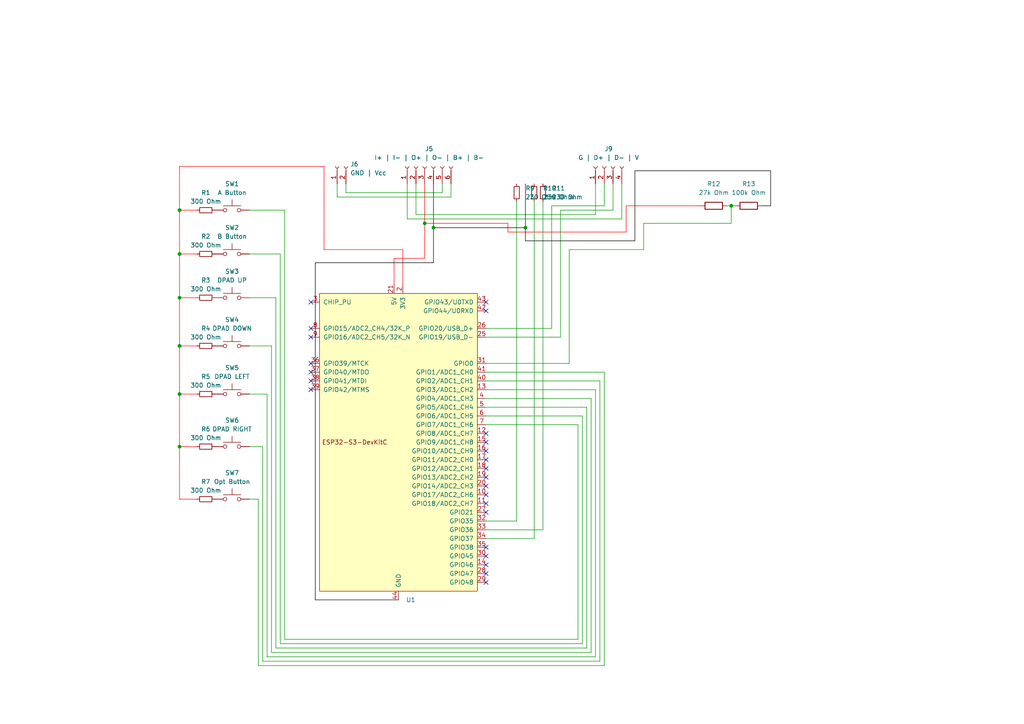
<source format=kicad_sch>
(kicad_sch (version 20230121) (generator eeschema)
  (paper "A4")
  (lib_symbols
    (symbol "Connector:Conn_01x02_Socket" (pin_names (offset 1.016) hide)
      (property "Reference" "J" (at 0 2.54 0))
      (property "Value" "Conn_01x02_Socket" (at 0 -5.08 0))
      (symbol "Conn_01x02_Socket_1_1"
        (arc (start 0 -2.032) (mid -0.5058 -2.54) (end 0 -3.048) (stroke (width 0.1524)))
        (polyline (pts (xy -1.27 -2.54) (xy -0.508 -2.54)) (stroke (width 0.1524)))
        (polyline (pts (xy -1.27 0) (xy -0.508 0)) (stroke (width 0.1524)))
        (arc (start 0 0.508) (mid -0.5058 0) (end 0 -0.508) (stroke (width 0.1524)))
        (pin passive line (at -5.08 0 0) (length 3.81) (name "Pin_1") (number "1"))
        (pin passive line (at -5.08 -2.54 0) (length 3.81) (name "Pin_2") (number "2"))
      )
    )
    (symbol "Connector:Conn_01x04_Socket" (pin_names (offset 1.016) hide)
      (property "Reference" "J" (at 0 5.08 0))
      (property "Value" "Conn_01x04_Socket" (at 0 -7.62 0))
      (symbol "Conn_01x04_Socket_1_1"
        (arc (start 0 -4.572) (mid -0.5058 -5.08) (end 0 -5.588) (stroke (width 0.1524)))
        (arc (start 0 -2.032) (mid -0.5058 -2.54) (end 0 -3.048) (stroke (width 0.1524)))
        (polyline (pts (xy -1.27 -5.08) (xy -0.508 -5.08)) (stroke (width 0.1524)))
        (polyline (pts (xy -1.27 -2.54) (xy -0.508 -2.54)) (stroke (width 0.1524)))
        (polyline (pts (xy -1.27 0) (xy -0.508 0)) (stroke (width 0.1524)))
        (polyline (pts (xy -1.27 2.54) (xy -0.508 2.54)) (stroke (width 0.1524)))
        (arc (start 0 0.508) (mid -0.5058 0) (end 0 -0.508) (stroke (width 0.1524)))
        (arc (start 0 3.048) (mid -0.5058 2.54) (end 0 2.032) (stroke (width 0.1524)))
        (pin passive line (at -5.08 2.54 0) (length 3.81) (name "Pin_1") (number "1"))
        (pin passive line (at -5.08 0 0) (length 3.81) (name "Pin_2") (number "2"))
        (pin passive line (at -5.08 -2.54 0) (length 3.81) (name "Pin_3") (number "3"))
        (pin passive line (at -5.08 -5.08 0) (length 3.81) (name "Pin_4") (number "4"))
      )
    )
    (symbol "Connector:Conn_01x06_Socket" (pin_names (offset 1.016) hide)
      (property "Reference" "J" (at 0 7.62 0))
      (property "Value" "Conn_01x06_Socket" (at 0 -10.16 0))
      (symbol "Conn_01x06_Socket_1_1"
        (arc (start 0 -7.112) (mid -0.5058 -7.62) (end 0 -8.128) (stroke (width 0.1524)))
        (arc (start 0 -4.572) (mid -0.5058 -5.08) (end 0 -5.588) (stroke (width 0.1524)))
        (arc (start 0 -2.032) (mid -0.5058 -2.54) (end 0 -3.048) (stroke (width 0.1524)))
        (polyline (pts (xy -1.27 -7.62) (xy -0.508 -7.62)) (stroke (width 0.1524)))
        (polyline (pts (xy -1.27 -5.08) (xy -0.508 -5.08)) (stroke (width 0.1524)))
        (polyline (pts (xy -1.27 -2.54) (xy -0.508 -2.54)) (stroke (width 0.1524)))
        (polyline (pts (xy -1.27 0) (xy -0.508 0)) (stroke (width 0.1524)))
        (polyline (pts (xy -1.27 2.54) (xy -0.508 2.54)) (stroke (width 0.1524)))
        (polyline (pts (xy -1.27 5.08) (xy -0.508 5.08)) (stroke (width 0.1524)))
        (arc (start 0 0.508) (mid -0.5058 0) (end 0 -0.508) (stroke (width 0.1524)))
        (arc (start 0 3.048) (mid -0.5058 2.54) (end 0 2.032) (stroke (width 0.1524)))
        (arc (start 0 5.588) (mid -0.5058 5.08) (end 0 4.572) (stroke (width 0.1524)))
        (pin passive line (at -5.08 5.08 0) (length 3.81) (name "Pin_1") (number "1"))
        (pin passive line (at -5.08 2.54 0) (length 3.81) (name "Pin_2") (number "2"))
        (pin passive line (at -5.08 0 0) (length 3.81) (name "Pin_3") (number "3"))
        (pin passive line (at -5.08 -2.54 0) (length 3.81) (name "Pin_4") (number "4"))
        (pin passive line (at -5.08 -5.08 0) (length 3.81) (name "Pin_5") (number "5"))
        (pin passive line (at -5.08 -7.62 0) (length 3.81) (name "Pin_6") (number "6"))
      )
    )
    (symbol "Device:R" (pin_numbers hide) (pin_names (offset 0))
      (property "Reference" "R" (at 2.032 0 90))
      (property "Value" "R" (at 0 0 90))
      (symbol "R_0_1"
        (rectangle (start -1.016 -2.54) (end 1.016 2.54) (stroke (width 0.254)))
      )
      (symbol "R_1_1"
        (pin passive line (at 0 3.81 270) (length 1.27) (name "~") (number "1"))
        (pin passive line (at 0 -3.81 90) (length 1.27) (name "~") (number "2"))
      )
    )
    (symbol "Device:R_Small" (pin_numbers hide) (pin_names (offset 0.254) hide)
      (property "Reference" "R" (at 0.762 0.508 0))
      (property "Value" "R_Small" (at 0.762 -1.016 0))
      (symbol "R_Small_0_1"
        (rectangle (start -0.762 1.778) (end 0.762 -1.778) (stroke (width 0.2032)))
      )
      (symbol "R_Small_1_1"
        (pin passive line (at 0 2.54 270) (length 0.762) (name "~") (number "1"))
        (pin passive line (at 0 -2.54 90) (length 0.762) (name "~") (number "2"))
      )
    )
    (symbol "PCM_Espressif:ESP32-S3-DevKitC" (pin_names (offset 1.016))
      (property "Reference" "U" (at -22.86 48.26 0))
      (property "Value" "ESP32-S3-DevKitC" (at -22.86 45.72 0))
      (symbol "ESP32-S3-DevKitC_0_0"
        (text "ESP32-S3-DevKitC" (at -12.7 0 0) (effects (font (size 1.27 1.27))))
        (pin bidirectional line (at 25.4 -35.56 180) (length 2.54) (name "GPIO46") (number "14"))
        (pin bidirectional line (at 25.4 -10.16 180) (length 2.54) (name "GPIO13/ADC2_CH2") (number "19"))
        (pin bidirectional line (at -25.4 15.24 0) (length 2.54) (name "GPIO42/MTMS") (number "39"))
        (pin bidirectional line (at 25.4 17.78 180) (length 2.54) (name "GPIO2/ADC1_CH1") (number "40"))
        (pin bidirectional line (at 25.4 20.32 180) (length 2.54) (name "GPIO1/ADC1_CH0") (number "41"))
        (pin bidirectional line (at 25.4 38.1 180) (length 2.54) (name "GPIO44/U0RXD") (number "42"))
        (pin bidirectional line (at 25.4 40.64 180) (length 2.54) (name "GPIO43/U0TXD") (number "43"))
        (pin power_in line (at 0 -45.72 90) (length 2.54) (name "GND") (number "44"))
      )
      (symbol "ESP32-S3-DevKitC_0_1"
        (rectangle (start -22.86 43.18) (end 22.86 -43.18) (fill (type background)))
        (pin power_in line (at 1.27 45.72 270) (length 2.54) (name "3V3") (number "2"))
      )
      (symbol "ESP32-S3-DevKitC_1_1"
        (pin passive line (at 1.27 45.72 270) (length 2.54) hide (name "3V3") (number "1"))
        (pin bidirectional line (at 25.4 -15.24 180) (length 2.54) (name "GPIO17/ADC2_CH6") (number "10"))
        (pin bidirectional line (at 25.4 -17.78 180) (length 2.54) (name "GPIO18/ADC2_CH7") (number "11"))
        (pin bidirectional line (at 25.4 2.54 180) (length 2.54) (name "GPIO8/ADC1_CH7") (number "12"))
        (pin bidirectional line (at 25.4 15.24 180) (length 2.54) (name "GPIO3/ADC1_CH2") (number "13"))
        (pin bidirectional line (at 25.4 0 180) (length 2.54) (name "GPIO9/ADC1_CH8") (number "15"))
        (pin bidirectional line (at 25.4 -2.54 180) (length 2.54) (name "GPIO10/ADC1_CH9") (number "16"))
        (pin bidirectional line (at 25.4 -5.08 180) (length 2.54) (name "GPIO11/ADC2_CH0") (number "17"))
        (pin bidirectional line (at 25.4 -7.62 180) (length 2.54) (name "GPIO12/ADC2_CH1") (number "18"))
        (pin bidirectional line (at 25.4 -12.7 180) (length 2.54) (name "GPIO14/ADC2_CH3") (number "20"))
        (pin power_in line (at -1.27 45.72 270) (length 2.54) (name "5V") (number "21"))
        (pin passive line (at 0 -45.72 90) (length 2.54) hide (name "GND") (number "22"))
        (pin passive line (at 0 -45.72 90) (length 2.54) hide (name "GND") (number "23"))
        (pin passive line (at 0 -45.72 90) (length 2.54) hide (name "GND") (number "24"))
        (pin bidirectional line (at 25.4 30.48 180) (length 2.54) (name "GPIO19/USB_D-") (number "25"))
        (pin bidirectional line (at 25.4 33.02 180) (length 2.54) (name "GPIO20/USB_D+") (number "26"))
        (pin bidirectional line (at 25.4 -20.32 180) (length 2.54) (name "GPIO21") (number "27"))
        (pin bidirectional line (at 25.4 -38.1 180) (length 2.54) (name "GPIO47") (number "28"))
        (pin bidirectional line (at 25.4 -40.64 180) (length 2.54) (name "GPIO48") (number "29"))
        (pin input line (at -25.4 40.64 0) (length 2.54) (name "CHIP_PU") (number "3"))
        (pin bidirectional line (at 25.4 -33.02 180) (length 2.54) (name "GPIO45") (number "30"))
        (pin bidirectional line (at 25.4 22.86 180) (length 2.54) (name "GPIO0") (number "31"))
        (pin bidirectional line (at 25.4 -22.86 180) (length 2.54) (name "GPIO35") (number "32"))
        (pin bidirectional line (at 25.4 -25.4 180) (length 2.54) (name "GPIO36") (number "33"))
        (pin bidirectional line (at 25.4 -27.94 180) (length 2.54) (name "GPIO37") (number "34"))
        (pin bidirectional line (at 25.4 -30.48 180) (length 2.54) (name "GPIO38") (number "35"))
        (pin bidirectional line (at -25.4 22.86 0) (length 2.54) (name "GPIO39/MTCK") (number "36"))
        (pin bidirectional line (at -25.4 20.32 0) (length 2.54) (name "GPIO40/MTDO") (number "37"))
        (pin bidirectional line (at -25.4 17.78 0) (length 2.54) (name "GPIO41/MTDI") (number "38"))
        (pin bidirectional line (at 25.4 12.7 180) (length 2.54) (name "GPIO4/ADC1_CH3") (number "4"))
        (pin bidirectional line (at 25.4 10.16 180) (length 2.54) (name "GPIO5/ADC1_CH4") (number "5"))
        (pin bidirectional line (at 25.4 7.62 180) (length 2.54) (name "GPIO6/ADC1_CH5") (number "6"))
        (pin bidirectional line (at 25.4 5.08 180) (length 2.54) (name "GPIO7/ADC1_CH6") (number "7"))
        (pin bidirectional line (at -25.4 33.02 0) (length 2.54) (name "GPIO15/ADC2_CH4/32K_P") (number "8"))
        (pin bidirectional line (at -25.4 30.48 0) (length 2.54) (name "GPIO16/ADC2_CH5/32K_N") (number "9"))
      )
    )
    (symbol "Switch:SW_Push" (pin_numbers hide) (pin_names (offset 1.016) hide)
      (property "Reference" "SW" (at 1.27 2.54 0))
      (property "Value" "SW_Push" (at 0 -1.524 0))
      (symbol "SW_Push_0_1"
        (circle (center -2.032 0) (radius 0.508))
        (polyline (pts (xy 0 1.27) (xy 0 3.048)))
        (polyline (pts (xy 2.54 1.27) (xy -2.54 1.27)))
        (circle (center 2.032 0) (radius 0.508))
        (pin passive line (at -5.08 0 0) (length 2.54) (name "1") (number "1"))
        (pin passive line (at 5.08 0 180) (length 2.54) (name "2") (number "2"))
      )
    )
  )
  (junction (at 152.4 66.04))
  (junction (at 52.07 73.66))
  (junction (at 212.09 59.69))
  (junction (at 52.07 60.96))
  (junction (at 125.73 66.04))
  (junction (at 52.07 129.54))
  (junction (at 52.07 86.36))
  (junction (at 52.07 114.3))
  (junction (at 123.19 64.77))
  (junction (at 52.07 100.33))
  (no_connect (at 140.97 163.83))
  (no_connect (at 90.17 110.49))
  (no_connect (at 90.17 95.25))
  (no_connect (at 140.97 148.59))
  (no_connect (at 90.17 97.79))
  (no_connect (at 140.97 168.91))
  (no_connect (at 140.97 146.05))
  (no_connect (at 140.97 140.97))
  (no_connect (at 140.97 166.37))
  (no_connect (at 140.97 135.89))
  (no_connect (at 140.97 143.51))
  (no_connect (at 140.97 87.63))
  (no_connect (at 140.97 128.27))
  (no_connect (at 90.17 105.41))
  (no_connect (at 140.97 90.17))
  (no_connect (at 140.97 130.81))
  (no_connect (at 90.17 113.03))
  (no_connect (at 90.17 107.95))
  (no_connect (at 140.97 125.73))
  (no_connect (at 140.97 158.75))
  (no_connect (at 90.17 87.63))
  (no_connect (at 140.97 161.29))
  (no_connect (at 140.97 133.35))
  (no_connect (at 140.97 138.43))
  (wire (pts (xy 123.19 64.77) (xy 147.32 64.77)) (stroke (width 0) (color 255 0 0 1)))
  (wire (pts (xy 91.44 76.2) (xy 125.73 76.2)) (stroke (width 0) (color 0 0 0 1)))
  (wire (pts (xy 140.97 156.21) (xy 154.94 156.21)))
  (wire (pts (xy 81.28 73.66) (xy 81.28 186.69)))
  (wire (pts (xy 52.07 144.78) (xy 57.15 144.78)) (stroke (width 0) (color 255 0 0 1)))
  (wire (pts (xy 140.97 113.03) (xy 172.72 113.03)))
  (wire (pts (xy 177.8 53.34) (xy 177.8 60.96)))
  (wire (pts (xy 52.07 114.3) (xy 57.15 114.3)) (stroke (width 0) (color 255 0 0 1)))
  (wire (pts (xy 77.47 114.3) (xy 72.39 114.3)))
  (wire (pts (xy 140.97 110.49) (xy 173.99 110.49)))
  (wire (pts (xy 147.32 64.77) (xy 147.32 67.31)) (stroke (width 0) (color 255 0 0 1)))
  (wire (pts (xy 76.2 129.54) (xy 72.39 129.54)))
  (wire (pts (xy 82.55 60.96) (xy 72.39 60.96)))
  (wire (pts (xy 223.52 59.69) (xy 220.98 59.69)) (stroke (width 0) (color 0 0 0 1)))
  (wire (pts (xy 140.97 118.11) (xy 170.18 118.11)))
  (wire (pts (xy 152.4 69.85) (xy 184.15 69.85)) (stroke (width 0) (color 0 0 0 1)))
  (wire (pts (xy 140.97 123.19) (xy 167.64 123.19)))
  (wire (pts (xy 118.11 63.5) (xy 118.11 53.34)))
  (wire (pts (xy 181.61 67.31) (xy 181.61 59.69)) (stroke (width 0) (color 255 0 0 1)))
  (wire (pts (xy 81.28 73.66) (xy 72.39 73.66)))
  (wire (pts (xy 123.19 74.93) (xy 114.3 74.93)) (stroke (width 0) (color 255 0 0 1)))
  (wire (pts (xy 180.34 63.5) (xy 118.11 63.5)))
  (wire (pts (xy 114.3 74.93) (xy 114.3 82.55)) (stroke (width 0) (color 255 0 0 1)))
  (wire (pts (xy 177.8 60.96) (xy 162.56 60.96)))
  (wire (pts (xy 52.07 114.3) (xy 52.07 129.54)) (stroke (width 0) (color 255 0 0 1)))
  (wire (pts (xy 93.98 48.26) (xy 93.98 72.39)) (stroke (width 0) (color 255 0 0 1)))
  (wire (pts (xy 91.44 173.99) (xy 91.44 76.2)) (stroke (width 0) (color 0 0 0 1)))
  (wire (pts (xy 100.33 53.34) (xy 100.33 55.88)))
  (wire (pts (xy 52.07 60.96) (xy 57.15 60.96)) (stroke (width 0) (color 255 0 0 1)))
  (wire (pts (xy 52.07 48.26) (xy 52.07 60.96)) (stroke (width 0) (color 255 0 0 1)))
  (wire (pts (xy 175.26 193.04) (xy 74.93 193.04)))
  (wire (pts (xy 125.73 66.04) (xy 152.4 66.04)) (stroke (width 0) (color 0 0 0 1)))
  (wire (pts (xy 52.07 60.96) (xy 52.07 73.66)) (stroke (width 0) (color 255 0 0 1)))
  (wire (pts (xy 162.56 60.96) (xy 162.56 97.79)))
  (wire (pts (xy 160.02 59.69) (xy 160.02 95.25)))
  (wire (pts (xy 140.97 120.65) (xy 168.91 120.65)))
  (wire (pts (xy 52.07 86.36) (xy 52.07 100.33)) (stroke (width 0) (color 255 0 0 1)))
  (wire (pts (xy 93.98 72.39) (xy 116.84 72.39)) (stroke (width 0) (color 255 0 0 1)))
  (wire (pts (xy 52.07 73.66) (xy 52.07 86.36)) (stroke (width 0) (color 255 0 0 1)))
  (wire (pts (xy 152.4 53.34) (xy 152.4 66.04)) (stroke (width 0) (color 0 0 0 1)))
  (wire (pts (xy 78.74 100.33) (xy 78.74 189.23)))
  (wire (pts (xy 184.15 49.53) (xy 223.52 49.53)) (stroke (width 0) (color 0 0 0 1)))
  (wire (pts (xy 140.97 153.67) (xy 157.48 153.67)))
  (wire (pts (xy 140.97 151.13) (xy 149.86 151.13)))
  (wire (pts (xy 168.91 120.65) (xy 168.91 186.69)))
  (wire (pts (xy 116.84 72.39) (xy 116.84 82.55)) (stroke (width 0) (color 255 0 0 1)))
  (wire (pts (xy 149.86 151.13) (xy 149.86 58.42)))
  (wire (pts (xy 170.18 118.11) (xy 170.18 187.96)))
  (wire (pts (xy 115.57 173.99) (xy 91.44 173.99)) (stroke (width 0) (color 0 0 0 1)))
  (wire (pts (xy 97.79 57.15) (xy 130.81 57.15)))
  (wire (pts (xy 74.93 144.78) (xy 72.39 144.78)))
  (wire (pts (xy 74.93 144.78) (xy 74.93 193.04)))
  (wire (pts (xy 80.01 86.36) (xy 80.01 187.96)))
  (wire (pts (xy 154.94 156.21) (xy 154.94 58.42)))
  (wire (pts (xy 165.1 72.39) (xy 186.69 72.39)))
  (wire (pts (xy 77.47 114.3) (xy 77.47 190.5)))
  (wire (pts (xy 123.19 53.34) (xy 123.19 64.77)) (stroke (width 0) (color 255 0 0 1)))
  (wire (pts (xy 157.48 153.67) (xy 157.48 58.42)))
  (wire (pts (xy 173.99 191.77) (xy 76.2 191.77)))
  (wire (pts (xy 140.97 105.41) (xy 165.1 105.41)))
  (wire (pts (xy 82.55 60.96) (xy 82.55 185.42)))
  (wire (pts (xy 170.18 187.96) (xy 80.01 187.96)))
  (wire (pts (xy 186.69 72.39) (xy 186.69 64.77)))
  (wire (pts (xy 212.09 59.69) (xy 210.82 59.69)))
  (wire (pts (xy 52.07 73.66) (xy 57.15 73.66)) (stroke (width 0) (color 255 0 0 1)))
  (wire (pts (xy 52.07 100.33) (xy 57.15 100.33)) (stroke (width 0) (color 255 0 0 1)))
  (wire (pts (xy 165.1 105.41) (xy 165.1 72.39)))
  (wire (pts (xy 171.45 189.23) (xy 78.74 189.23)))
  (wire (pts (xy 125.73 66.04) (xy 125.73 53.34)) (stroke (width 0) (color 0 0 0 1)))
  (wire (pts (xy 172.72 62.23) (xy 120.65 62.23)))
  (wire (pts (xy 172.72 113.03) (xy 172.72 190.5)))
  (wire (pts (xy 76.2 129.54) (xy 76.2 191.77)))
  (wire (pts (xy 147.32 67.31) (xy 181.61 67.31)) (stroke (width 0) (color 255 0 0 1)))
  (wire (pts (xy 52.07 48.26) (xy 93.98 48.26)) (stroke (width 0) (color 255 0 0 1)))
  (wire (pts (xy 175.26 107.95) (xy 175.26 193.04)))
  (wire (pts (xy 123.19 64.77) (xy 123.19 74.93)) (stroke (width 0) (color 255 0 0 1)))
  (wire (pts (xy 125.73 76.2) (xy 125.73 66.04)) (stroke (width 0) (color 0 0 0 1)))
  (wire (pts (xy 152.4 66.04) (xy 152.4 69.85)) (stroke (width 0) (color 0 0 0 1)))
  (wire (pts (xy 172.72 190.5) (xy 77.47 190.5)))
  (wire (pts (xy 128.27 53.34) (xy 128.27 55.88)))
  (wire (pts (xy 171.45 115.57) (xy 171.45 189.23)))
  (wire (pts (xy 80.01 86.36) (xy 72.39 86.36)))
  (wire (pts (xy 100.33 55.88) (xy 128.27 55.88)))
  (wire (pts (xy 120.65 62.23) (xy 120.65 53.34)))
  (wire (pts (xy 52.07 86.36) (xy 57.15 86.36)) (stroke (width 0) (color 255 0 0 1)))
  (wire (pts (xy 186.69 64.77) (xy 212.09 64.77)))
  (wire (pts (xy 130.81 57.15) (xy 130.81 53.34)))
  (wire (pts (xy 78.74 100.33) (xy 72.39 100.33)))
  (wire (pts (xy 97.79 53.34) (xy 97.79 57.15)))
  (wire (pts (xy 175.26 53.34) (xy 175.26 59.69)))
  (wire (pts (xy 52.07 100.33) (xy 52.07 114.3)) (stroke (width 0) (color 255 0 0 1)))
  (wire (pts (xy 181.61 59.69) (xy 203.2 59.69)) (stroke (width 0) (color 255 0 0 1)))
  (wire (pts (xy 52.07 129.54) (xy 57.15 129.54)) (stroke (width 0) (color 255 0 0 1)))
  (wire (pts (xy 212.09 64.77) (xy 212.09 59.69)))
  (wire (pts (xy 81.28 186.69) (xy 168.91 186.69)))
  (wire (pts (xy 140.97 115.57) (xy 171.45 115.57)))
  (wire (pts (xy 162.56 97.79) (xy 140.97 97.79)))
  (wire (pts (xy 140.97 107.95) (xy 175.26 107.95)))
  (wire (pts (xy 184.15 69.85) (xy 184.15 49.53)) (stroke (width 0) (color 0 0 0 1)))
  (wire (pts (xy 223.52 49.53) (xy 223.52 59.69)) (stroke (width 0) (color 0 0 0 1)))
  (wire (pts (xy 175.26 59.69) (xy 160.02 59.69)))
  (wire (pts (xy 167.64 123.19) (xy 167.64 185.42)))
  (wire (pts (xy 173.99 110.49) (xy 173.99 191.77)))
  (wire (pts (xy 180.34 53.34) (xy 180.34 63.5)))
  (wire (pts (xy 167.64 185.42) (xy 82.55 185.42)))
  (wire (pts (xy 213.36 59.69) (xy 212.09 59.69)))
  (wire (pts (xy 52.07 129.54) (xy 52.07 144.78)) (stroke (width 0) (color 255 0 0 1)))
  (wire (pts (xy 160.02 95.25) (xy 140.97 95.25)))
  (wire (pts (xy 172.72 53.34) (xy 172.72 62.23)))
  (symbol (lib_id "Device:R_Small") (at 59.69 114.3 90) (unit 1)
    (property "Reference" "R5" (at 59.69 109.22 90))
    (property "Value" "300 Ohm" (at 59.69 111.76 90))
    (property "Footprint" "Resistor_THT:R_Axial_DIN0207_L6.3mm_D2.5mm_P10.16mm_Horizontal" (effects hide))
  )
  (symbol (lib_id "Switch:SW_Push") (at 67.31 73.66 0) (unit 1)
    (property "Reference" "SW2" (at 67.31 66.04 0))
    (property "Value" "B Button" (at 67.31 68.58 0))
    (property "Footprint" "Button_Switch_THT:SW_PUSH_6mm" (effects hide))
  )
  (symbol (lib_id "Connector:Conn_01x04_Socket") (at 175.26 48.26 90) (unit 1)
    (property "Reference" "J9" (at 176.53 43.18 90))
    (property "Value" "G | D+ | D- | V" (at 176.53 45.72 90))
    (property "Footprint" "Connector_PinHeader_2.54mm:PinHeader_1x04_P2.54mm_Vertical" (effects hide))
  )
  (symbol (lib_id "Device:R_Small") (at 154.94 55.88 180) (unit 1)
    (property "Reference" "R10" (at 157.48 54.61 0) (effects (justify right)))
    (property "Value" "230 Ohm" (at 157.48 57.15 0) (effects (justify right)))
    (property "Footprint" "Resistor_THT:R_Axial_DIN0207_L6.3mm_D2.5mm_P10.16mm_Horizontal" (effects hide))
  )
  (symbol (lib_id "Device:R_Small") (at 157.48 55.88 180) (unit 1)
    (property "Reference" "R11" (at 160.02 54.61 0) (effects (justify right)))
    (property "Value" "230 Ohm" (at 160.02 57.15 0) (effects (justify right)))
    (property "Footprint" "Resistor_THT:R_Axial_DIN0207_L6.3mm_D2.5mm_P10.16mm_Horizontal" (effects hide))
  )
  (symbol (lib_id "Device:R") (at 217.17 59.69 90) (unit 1)
    (property "Reference" "R13" (at 217.17 53.34 90))
    (property "Value" "100k Ohm" (at 217.17 55.88 90))
    (property "Footprint" "Resistor_THT:R_Axial_DIN0207_L6.3mm_D2.5mm_P10.16mm_Horizontal" (effects hide))
  )
  (symbol (lib_id "Device:R_Small") (at 149.86 55.88 180) (unit 1)
    (property "Reference" "R9" (at 152.4 54.61 0) (effects (justify right)))
    (property "Value" "230 Ohm" (at 152.4 57.15 0) (effects (justify right)))
    (property "Footprint" "Resistor_THT:R_Axial_DIN0207_L6.3mm_D2.5mm_P10.16mm_Horizontal" (effects hide))
  )
  (symbol (lib_id "Device:R_Small") (at 59.69 73.66 90) (unit 1)
    (property "Reference" "R2" (at 59.69 68.58 90))
    (property "Value" "300 Ohm" (at 59.69 71.12 90))
    (property "Footprint" "Resistor_THT:R_Axial_DIN0207_L6.3mm_D2.5mm_P10.16mm_Horizontal" (effects hide))
  )
  (symbol (lib_id "Switch:SW_Push") (at 67.31 144.78 0) (unit 1)
    (property "Reference" "SW7" (at 67.31 137.16 0))
    (property "Value" "Opt Button" (at 67.31 139.7 0))
    (property "Footprint" "Button_Switch_THT:SW_PUSH_6mm" (effects hide))
  )
  (symbol (lib_id "Switch:SW_Push") (at 67.31 86.36 0) (unit 1)
    (property "Reference" "SW3" (at 67.31 78.74 0))
    (property "Value" "DPAD UP" (at 67.31 81.28 0))
    (property "Footprint" "Button_Switch_THT:SW_PUSH_6mm" (effects hide))
  )
  (symbol (lib_id "Device:R_Small") (at 59.69 86.36 90) (unit 1)
    (property "Reference" "R3" (at 59.69 81.28 90))
    (property "Value" "300 Ohm" (at 59.69 83.82 90))
    (property "Footprint" "Resistor_THT:R_Axial_DIN0207_L6.3mm_D2.5mm_P10.16mm_Horizontal" (effects hide))
  )
  (symbol (lib_id "Switch:SW_Push") (at 67.31 114.3 0) (unit 1)
    (property "Reference" "SW5" (at 67.31 106.68 0))
    (property "Value" "DPAD LEFT" (at 67.31 109.22 0))
    (property "Footprint" "Button_Switch_THT:SW_PUSH_6mm" (effects hide))
  )
  (symbol (lib_id "PCM_Espressif:ESP32-S3-DevKitC") (at 115.57 128.27 0) (unit 1)
    (property "Reference" "U1" (at 117.7641 173.99 0) (effects (justify left)))
    (property "Value" "ESP32" (effects hide))
    (property "Footprint" "PCM_Espressif:ESP32-S3-DevKitC" (effects hide))
  )
  (symbol (lib_id "Switch:SW_Push") (at 67.31 129.54 0) (unit 1)
    (property "Reference" "SW6" (at 67.31 121.92 0))
    (property "Value" "DPAD RIGHT" (at 67.31 124.46 0))
    (property "Footprint" "Button_Switch_THT:SW_PUSH_6mm" (effects hide))
  )
  (symbol (lib_id "Device:R_Small") (at 59.69 144.78 90) (unit 1)
    (property "Reference" "R7" (at 59.69 139.7 90))
    (property "Value" "300 Ohm" (at 59.69 142.24 90))
    (property "Footprint" "Resistor_THT:R_Axial_DIN0207_L6.3mm_D2.5mm_P10.16mm_Horizontal" (effects hide))
  )
  (symbol (lib_id "Device:R") (at 207.01 59.69 90) (unit 1)
    (property "Reference" "R12" (at 207.01 53.34 90))
    (property "Value" "27k Ohm" (at 207.01 55.88 90))
    (property "Footprint" "Resistor_THT:R_Axial_DIN0207_L6.3mm_D2.5mm_P10.16mm_Horizontal" (effects hide))
  )
  (symbol (lib_id "Connector:Conn_01x06_Socket") (at 123.19 48.26 90) (unit 1)
    (property "Reference" "J5" (at 124.46 43.18 90))
    (property "Value" "I+ | I- | O+ | O- | B+ | B-" (at 124.46 45.72 90))
    (property "Footprint" "TP4056:TP4056-Module" (effects hide))
  )
  (symbol (lib_id "Device:R_Small") (at 59.69 60.96 90) (unit 1)
    (property "Reference" "R1" (at 59.69 55.88 90))
    (property "Value" "300 Ohm" (at 59.69 58.42 90))
    (property "Footprint" "Resistor_THT:R_Axial_DIN0207_L6.3mm_D2.5mm_P10.16mm_Horizontal" (effects hide))
  )
  (symbol (lib_id "Switch:SW_Push") (at 67.31 100.33 0) (unit 1)
    (property "Reference" "SW4" (at 67.31 92.71 0))
    (property "Value" "DPAD DOWN" (at 67.31 95.25 0))
    (property "Footprint" "Button_Switch_THT:SW_PUSH_6mm" (effects hide))
  )
  (symbol (lib_id "Switch:SW_Push") (at 67.31 60.96 0) (unit 1)
    (property "Reference" "SW1" (at 67.31 53.34 0))
    (property "Value" "A Button" (at 67.31 55.88 0))
    (property "Footprint" "Button_Switch_THT:SW_PUSH_6mm" (effects hide))
  )
  (symbol (lib_id "Connector:Conn_01x02_Socket") (at 97.79 48.26 90) (unit 1)
    (property "Reference" "J6" (at 101.6 47.625 90) (effects (justify right)))
    (property "Value" "GND | Vcc" (at 101.6 50.165 90) (effects (justify right)))
    (property "Footprint" "Connector_Wire:SolderWire-2sqmm_1x02_P7.8mm_D2mm_OD3.9mm" (effects hide))
  )
  (symbol (lib_id "Device:R_Small") (at 59.69 100.33 90) (unit 1)
    (property "Reference" "R4" (at 59.69 95.25 90))
    (property "Value" "300 Ohm" (at 59.69 97.79 90))
    (property "Footprint" "Resistor_THT:R_Axial_DIN0207_L6.3mm_D2.5mm_P10.16mm_Horizontal" (effects hide))
  )
  (symbol (lib_id "Device:R_Small") (at 59.69 129.54 90) (unit 1)
    (property "Reference" "R6" (at 59.69 124.46 90))
    (property "Value" "300 Ohm" (at 59.69 127 90))
    (property "Footprint" "Resistor_THT:R_Axial_DIN0207_L6.3mm_D2.5mm_P10.16mm_Horizontal" (effects hide))
  )
)
</source>
